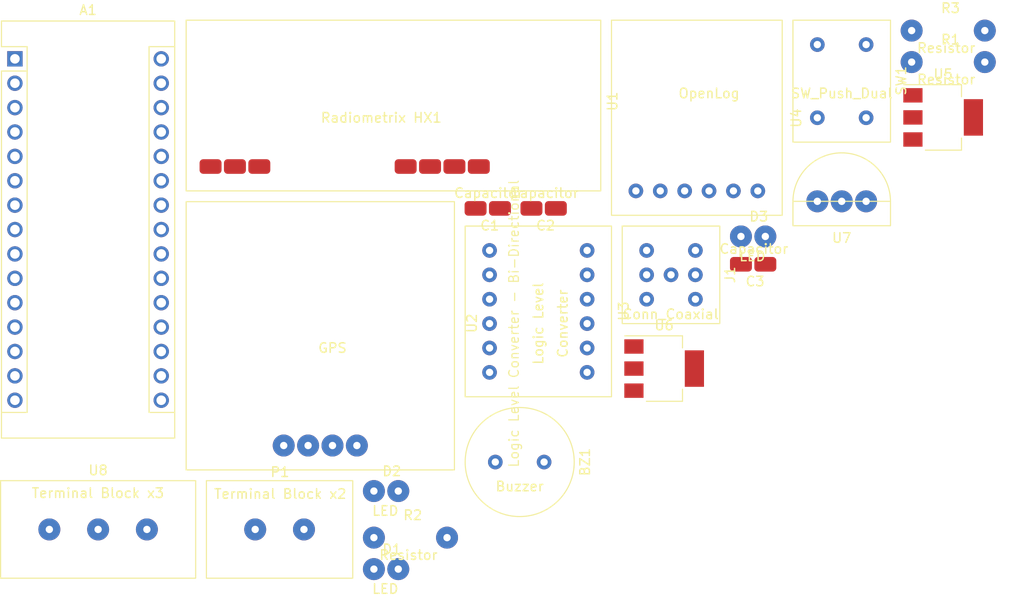
<source format=kicad_pcb>
(kicad_pcb (version 20211014) (generator pcbnew)
  (layers (0 "F.Cu" signal) (31 "B.Cu" signal) (34 "B.Paste" user) (35 "F.Paste" user) (36 "B.SilkS" user "B.Silkscreen") (37 "F.SilkS" user "F.Silkscreen") (38 "B.Mask" user) (39 "F.Mask" user) (44 "Edge.Cuts" user))
  (net 0 "")
  (net 1 "GND")
  (net 4 "Net-(A1-Pad3)")
  (net 5 "Net-(A1-Pad5)")
  (net 6 "Net-(A1-Pad6)")
  (net 7 "Net-(A1-Pad7)")
  (net 8 "Net-(A1-Pad8)")
  (net 9 "Net-(A1-Pad9)")
  (net 10 "Net-(A1-Pad10)")
  (net 11 "Net-(A1-Pad11)")
  (net 12 "Net-(A1-Pad12)")
  (net 19 "Net-(A1-Pad19)")
  (net 20 "Net-(A1-Pad20)")
  (net 27 "+5V")
  (net 32 "Net-(D3-Pad1)")
  (net 35 "Net-(U3-Pad7)")
  (net 36 "Net-(U3-Pad8)")
  (net 37 "+3.3V")
  (net 42 "Net-(C1-Pad1)")
  (net 43 "Net-(D1-Pad1)")
  (net 44 "Net-(D2-Pad1)")
  (net 45 "Net-(J1-Pad1)")
  (net 46 "Net-(J1-Pad2)")
  (footprint "Trackuino:Terminal Block x3" (layer "F.Cu") (at 89.945 132.835)
    (fp_text reference "U8" (at 0 -6.159746 unlocked) (layer "F.SilkS"))
    (fp_text value "Terminal Block x3" (at -0.022813 -3.787103 unlocked) (layer "F.SilkS"))
    (fp_rect (start -10.16 -5.08) (end 10.16 5.08) (layer "F.SilkS") (width 0.12) (fill none))
    (pad "1" thru_hole circle (at -5.08 0) (size 2.286 2.286) (drill 0.762) (layers *.Cu *.Mask) (net 27 "+5V"))
    (pad "2" thru_hole circle (at 0 0) (size 2.286 2.286) (drill 0.762) (layers *.Cu *.Mask) (net 19 "Net-(A1-Pad19)"))
    (pad "3" thru_hole circle (at 5.08 0) (size 2.286 2.286) (drill 0.762) (layers *.Cu *.Mask) (net 1 "GND"))
  )
  (footprint "Trackuino:Capacitor" (layer "F.Cu") (at 130.533671 99.241043)
    (fp_text reference "C1" (at 0.197784 1.944875 unlocked) (layer "F.SilkS"))
    (fp_text value "Capacitor" (at 0.072308 -1.442974 unlocked) (layer "F.SilkS"))
    (pad "1" smd roundrect (at -1.275671 0.155957) (size 2.286 1.524) (layers "F.Cu" "F.Paste" "F.Mask") (net 42 "Net-(C1-Pad1)"))
    (pad "2" smd roundrect (at 1.264329 0.155957) (size 2.286 1.524) (layers "F.Cu" "F.Paste" "F.Mask") (net 1 "GND"))
  )
  (footprint "Trackuino:TMP36" (layer "F.Cu") (at 167.395 98.660906)
    (fp_text reference "U7" (at 0 3.814228 unlocked) (layer "F.SilkS"))
    (fp_text value "TMP36")
    (fp_rect (start -5.08 0) (end 5.08 2.54) (layer "F.SilkS") (width 0.12) (fill none))
    (fp_arc (start -5.08 0) (mid 0 -5.045906) (end 5.08 0) (layer "F.SilkS") (width 0.12))
    (pad "1" thru_hole circle (at -2.54 0) (size 2.286 2.286) (drill 0.762) (layers *.Cu *.Mask) (net 27 "+5V"))
    (pad "2" thru_hole circle (at 0 0) (size 2.286 2.286) (drill 0.762) (layers *.Cu *.Mask) (net 20 "Net-(A1-Pad20)"))
    (pad "3" thru_hole circle (at 2.54 0) (size 2.286 2.286) (drill 0.762) (layers *.Cu *.Mask) (net 1 "GND"))
  )
  (footprint "Package_TO_SOT_SMD:SOT-223-3_TabPin2" (layer "F.Cu") (at 148.9 116.08)
    (fp_text reference "U6" (at 0 -4.5) (layer "F.SilkS"))
    (fp_text value "LD1117S50TR_SOT223")
    (fp_line (start 1.91 -3.41) (end 1.91 -2.15) (layer "F.SilkS") (width 0.12))
    (fp_line (start 1.91 3.41) (end 1.91 2.15) (layer "F.SilkS") (width 0.12))
    (fp_line (start -1.85 3.41) (end 1.91 3.41) (layer "F.SilkS") (width 0.12))
    (fp_line (start -4.1 -3.41) (end 1.91 -3.41) (layer "F.SilkS") (width 0.12))
    (pad "1" smd rect (at -3.15 -2.3) (size 2 1.5) (layers "F.Cu" "F.Paste" "F.Mask") (net 1 "GND"))
    (pad "2" smd rect (at -3.15 0) (size 2 1.5) (layers "F.Cu" "F.Paste" "F.Mask") (net 27 "+5V"))
    (pad "2" smd rect (at 3.15 0) (size 2 3.8) (layers "F.Cu" "F.Paste" "F.Mask") (net 27 "+5V"))
    (pad "3" smd rect (at -3.15 2.3) (size 2 1.5) (layers "F.Cu" "F.Paste" "F.Mask") (net 42 "Net-(C1-Pad1)"))
  )
  (footprint "Trackuino:SMA Jack" (layer "F.Cu") (at 149.615 106.315)
    (fp_text reference "J1" (at 6.16064 0 90 unlocked) (layer "F.SilkS"))
    (fp_text value "Conn_Coaxial" (at -0.034036 4.101421 unlocked) (layer "F.SilkS"))
    (fp_rect (start -5.08 -5.08) (end 5.08 5.08) (layer "F.SilkS") (width 0.12) (fill none))
    (pad "1" thru_hole circle (at 0 0) (size 1.524 1.524) (drill 0.762) (layers *.Cu *.Mask) (net 45 "Net-(J1-Pad1)"))
    (pad "2" thru_hole circle (at -2.54 2.54) (size 1.524 1.524) (drill 0.762) (layers *.Cu *.Mask) (net 46 "Net-(J1-Pad2)"))
    (pad "2" thru_hole circle (at -2.54 -2.54) (size 1.524 1.524) (drill 0.762) (layers *.Cu *.Mask) (net 46 "Net-(J1-Pad2)"))
    (pad "2" thru_hole circle (at 2.54 -2.54) (size 1.524 1.524) (drill 0.762) (layers *.Cu *.Mask) (net 46 "Net-(J1-Pad2)"))
    (pad "2" thru_hole circle (at 2.54 2.54) (size 1.524 1.524) (drill 0.762) (layers *.Cu *.Mask) (net 46 "Net-(J1-Pad2)"))
    (pad "2" thru_hole circle (at -2.54 0) (size 1.524 1.524) (drill 0.762) (layers *.Cu *.Mask) (net 46 "Net-(J1-Pad2)"))
    (pad "2" thru_hole circle (at 2.54 0) (size 1.524 1.524) (drill 0.762) (layers *.Cu *.Mask) (net 46 "Net-(J1-Pad2)"))
  )
  (footprint "Trackuino:Button" (layer "F.Cu") (at 167.395 84.875)
    (fp_text reference "SW1" (at 6.197193 1.227553 90 unlocked) (layer "F.SilkS"))
    (fp_text value "SW_Push_Dual" (at 0 2.54 unlocked) (layer "F.SilkS"))
    (fp_rect (start -5.08 -5.08) (end 5.08 7.62) (layer "F.SilkS") (width 0.12) (fill none))
    (pad "1" thru_hole circle (at -2.54 5.08) (size 1.524 1.524) (drill 0.762) (layers *.Cu *.Mask) (net 4 "Net-(A1-Pad3)"))
    (pad "2" thru_hole circle (at -2.54 -2.54) (size 1.524 1.524) (drill 0.762) (layers *.Cu *.Mask))
    (pad "3" thru_hole circle (at 2.54 5.08) (size 1.524 1.524) (drill 0.762) (layers *.Cu *.Mask))
    (pad "4" thru_hole circle (at 2.54 -2.54) (size 1.524 1.524) (drill 0.762) (layers *.Cu *.Mask) (net 1 "GND"))
  )
  (footprint "Trackuino:Terminal Block x2" (layer "F.Cu") (at 108.845 132.835)
    (fp_text reference "P1" (at 0.034666 -5.970848 unlocked) (layer "F.SilkS"))
    (fp_text value "Terminal Block x2" (at 0.069332 -3.700241 unlocked) (layer "F.SilkS"))
    (fp_rect (start -7.62 -5.08) (end 7.62 5.08) (layer "F.SilkS") (width 0.12) (fill none))
    (pad "1" thru_hole circle (at -2.54 0) (size 2.286 2.286) (drill 0.762) (layers *.Cu *.Mask) (net 42 "Net-(C1-Pad1)"))
    (pad "2" thru_hole circle (at 2.54 0) (size 2.286 2.286) (drill 0.762) (layers *.Cu *.Mask) (net 1 "GND"))
  )
  (footprint "Trackuino:GPS" (layer "F.Cu") (at 114.355 111.395)
    (fp_text reference "U2" (at 14.52395 -0.030678 90 unlocked) (layer "F.SilkS"))
    (fp_text value "GPS" (at 0 2.54 unlocked) (layer "F.SilkS"))
    (fp_rect (start -15.24 15.24) (end 12.7 -12.7) (layer "F.SilkS") (width 0.12) (fill none))
    (pad "1" thru_hole circle (at -5.08 12.7) (size 2.286 2.286) (drill 0.762) (layers *.Cu *.Mask) (net 9 "Net-(A1-Pad9)"))
    (pad "2" thru_hole circle (at -2.54 12.7) (size 2.286 2.286) (drill 0.762) (layers *.Cu *.Mask) (net 8 "Net-(A1-Pad8)"))
    (pad "3" thru_hole circle (at 0 12.7) (size 2.286 2.286) (drill 0.762) (layers *.Cu *.Mask) (net 1 "GND"))
    (pad "4" thru_hole circle (at 2.54 12.7) (size 2.286 2.286) (drill 0.762) (layers *.Cu *.Mask) (net 27 "+5V"))
  )
  (footprint "Trackuino:Radiometrix HX1" (layer "F.Cu") (at 119.435 89.955)
    (fp_text reference "U1" (at 24.081197 -1.704959 90 unlocked) (layer "F.SilkS"))
    (fp_text value "Radiometrix HX1" (at 0 0 unlocked) (layer "F.SilkS"))
    (fp_rect (start -20.32 -10.16) (end 22.86 7.62) (layer "F.SilkS") (width 0.12) (fill none))
    (pad "1" smd roundrect (at -17.78 5.08) (size 2.286 1.524) (layers "F.Cu" "F.Paste" "F.Mask") (net 46 "Net-(J1-Pad2)"))
    (pad "2" smd roundrect (at -15.24 5.08) (size 2.286 1.524) (layers "F.Cu" "F.Paste" "F.Mask") (net 45 "Net-(J1-Pad1)"))
    (pad "3" smd roundrect (at -12.7 5.08) (size 2.286 1.524) (layers "F.Cu" "F.Paste" "F.Mask") (net 46 "Net-(J1-Pad2)"))
    (pad "4" smd roundrect (at 2.54 5.08) (size 2.286 1.524) (layers "F.Cu" "F.Paste" "F.Mask") (net 7 "Net-(A1-Pad7)"))
    (pad "5" smd roundrect (at 5.08 5.08) (size 2.286 1.524) (layers "F.Cu" "F.Paste" "F.Mask") (net 27 "+5V"))
    (pad "6" smd roundrect (at 7.62 5.08) (size 2.286 1.524) (layers "F.Cu" "F.Paste" "F.Mask") (net 1 "GND"))
    (pad "7" smd roundrect (at 10.16 5.08) (size 2.286 1.524) (layers "F.Cu" "F.Paste" "F.Mask") (net 6 "Net-(A1-Pad6)"))
  )
  (footprint "Trackuino:Resistor" (layer "F.Cu") (at 177.218 80.878)
    (fp_text reference "R3" (at 1.50698 -2.338524 unlocked) (layer "F.SilkS"))
    (fp_text value "Resistor" (at 1.059927 1.813261 unlocked) (layer "F.SilkS"))
    (pad "1" thru_hole circle (at -2.54 0) (size 2.286 2.286) (drill 0.762) (layers *.Cu *.Mask) (net 1 "GND"))
    (pad "2" thru_hole circle (at 5.08 0) (size 2.286 2.286) (drill 0.762) (layers *.Cu *.Mask) (net 32 "Net-(D3-Pad1)"))
  )
  (footprint "Trackuino:Logic Level Converter - Bi-Directional" (layer "F.Cu") (at 135.795 111.395)
    (fp_text reference "U3" (at 8.89181 -1.299633 90 unlocked) (layer "F.SilkS"))
    (fp_text value "Logic Level Converter - Bi-Directional" (at -2.54 0 90 unlocked) (layer "F.SilkS") (effects (font (thickness 0.125))))
    (fp_text user "Logic Level" (at 0 0 90 unlocked) (layer "F.SilkS"))
    (fp_text user "Converter" (at 2.54 0 90 unlocked) (layer "F.SilkS"))
    (fp_rect (start -7.62 7.62) (end 7.62 -10.16) (layer "F.SilkS") (width 0.12) (fill none))
    (pad "1" thru_hole circle (at -5.08 5.08 90) (size 1.524 1.524) (drill 0.762) (layers *.Cu *.Mask) (net 10 "Net-(A1-Pad10)"))
    (pad "2" thru_hole circle (at -5.08 2.54 90) (size 1.524 1.524) (drill 0.762) (layers *.Cu *.Mask) (net 11 "Net-(A1-Pad11)"))
    (pad "3" thru_hole circle (at -5.08 0 90) (size 1.524 1.524) (drill 0.762) (layers *.Cu *.Mask) (net 27 "+5V"))
    (pad "4" thru_hole circle (at -5.08 -2.54 90) (size 1.524 1.524) (drill 0.762) (layers *.Cu *.Mask) (net 1 "GND"))
    (pad "5" thru_hole circle (at -5.08 -5.08 90) (size 1.524 1.524) (drill 0.762) (layers *.Cu *.Mask))
    (pad "6" thru_hole circle (at -5.08 -7.62 90) (size 1.524 1.524) (drill 0.762) (layers *.Cu *.Mask))
    (pad "7" thru_hole circle (at 5.08 5.08 90) (size 1.524 1.524) (drill 0.762) (layers *.Cu *.Mask) (net 35 "Net-(U3-Pad7)"))
    (pad "8" thru_hole circle (at 5.08 2.54 90) (size 1.524 1.524) (drill 0.762) (layers *.Cu *.Mask) (net 36 "Net-(U3-Pad8)"))
    (pad "9" thru_hole circle (at 5.08 0 90) (size 1.524 1.524) (drill 0.762) (layers *.Cu *.Mask) (net 37 "+3.3V"))
    (pad "10" thru_hole circle (at 5.08 -2.54 90) (size 1.524 1.524) (drill 0.762) (layers *.Cu *.Mask) (net 1 "GND"))
    (pad "11" thru_hole circle (at 5.08 -5.08 90) (size 1.524 1.524) (drill 0.762) (layers *.Cu *.Mask))
    (pad "12" thru_hole circle (at 5.08 -7.62 90) (size 1.524 1.524) (drill 0.762) (layers *.Cu *.Mask))
  )
  (footprint "Trackuino:Capacitor" (layer "F.Cu") (at 136.353671 99.241043)
    (fp_text reference "C2" (at 0.197784 1.944875 unlocked) (layer "F.SilkS"))
    (fp_text value "Capacitor" (at 0.072308 -1.442974 unlocked) (layer "F.SilkS"))
    (pad "1" smd roundrect (at -1.275671 0.155957) (size 2.286 1.524) (layers "F.Cu" "F.Paste" "F.Mask") (net 27 "+5V"))
    (pad "2" smd roundrect (at 1.264329 0.155957) (size 2.286 1.524) (layers "F.Cu" "F.Paste" "F.Mask") (net 1 "GND"))
  )
  (footprint "Package_TO_SOT_SMD:SOT-223-3_TabPin2" (layer "F.Cu") (at 177.96 89.92)
    (fp_text reference "U5" (at 0 -4.5) (layer "F.SilkS"))
    (fp_text value "LD1117S33TR_SOT223")
    (fp_line (start -4.1 -3.41) (end 1.91 -3.41) (layer "F.SilkS") (width 0.12))
    (fp_line (start 1.91 -3.41) (end 1.91 -2.15) (layer "F.SilkS") (width 0.12))
    (fp_line (start -1.85 3.41) (end 1.91 3.41) (layer "F.SilkS") (width 0.12))
    (fp_line (start 1.91 3.41) (end 1.91 2.15) (layer "F.SilkS") (width 0.12))
    (pad "1" smd rect (at -3.15 -2.3) (size 2 1.5) (layers "F.Cu" "F.Paste" "F.Mask") (net 1 "GND"))
    (pad "2" smd rect (at 3.15 0) (size 2 3.8) (layers "F.Cu" "F.Paste" "F.Mask") (net 37 "+3.3V"))
    (pad "2" smd rect (at -3.15 0) (size 2 1.5) (layers "F.Cu" "F.Paste" "F.Mask") (net 37 "+3.3V"))
    (pad "3" smd rect (at -3.15 2.3) (size 2 1.5) (layers "F.Cu" "F.Paste" "F.Mask") (net 27 "+5V"))
  )
  (footprint "Trackuino:OpenLog" (layer "F.Cu") (at 151.035 89.955)
    (fp_text reference "U4" (at 11.624437 0.033838 90 unlocked) (layer "F.SilkS"))
    (fp_text value "OpenLog" (at 2.54 -2.54 unlocked) (layer "F.SilkS"))
    (fp_rect (start -7.62 -10.16) (end 10.16 10.16) (layer "F.SilkS") (width 0.12) (fill none))
    (pad "1" thru_hole circle (at -5.08 7.62) (size 1.524 1.524) (drill 0.762) (layers *.Cu *.Mask))
    (pad "2" thru_hole circle (at -2.54 7.62) (size 1.524 1.524) (drill 0.762) (layers *.Cu *.Mask) (net 36 "Net-(U3-Pad8)"))
    (pad "3" thru_hole circle (at 0 7.62) (size 1.524 1.524) (drill 0.762) (layers *.Cu *.Mask) (net 35 "Net-(U3-Pad7)"))
    (pad "4" thru_hole circle (at 2.54 7.62) (size 1.524 1.524) (drill 0.762) (layers *.Cu *.Mask) (net 37 "+3.3V"))
    (pad "5" thru_hole circle (at 5.08 7.62) (size 1.524 1.524) (drill 0.762) (layers *.Cu *.Mask) (net 1 "GND"))
    (pad "6" thru_hole circle (at 7.62 7.62) (size 1.524 1.524) (drill 0.762) (layers *.Cu *.Mask))
  )
  (footprint "Trackuino:LED" (layer "F.Cu") (at 121.208 128.838)
    (fp_text reference "D2" (at -0.675436 -2.06604 unlocked) (layer "F.SilkS"))
    (fp_text value "LED" (at -1.350872 2.06604 unlocked) (layer "F.SilkS"))
    (pad "1" thru_hole circle (at -2.54 0) (size 2.286 2.286) (drill 0.762) (layers *.Cu *.Mask) (net 44 "Net-(D2-Pad1)"))
    (pad "2" thru_hole circle (at 0 0) (size 2.286 2.286) (drill 0.762) (layers *.Cu *.Mask) (net 37 "+3.3V"))
  )
  (footprint "Trackuino:Resistor" (layer "F.Cu") (at 121.208 133.688)
    (fp_text reference "R2" (at 1.50698 -2.338524 unlocked) (layer "F.SilkS"))
    (fp_text value "Resistor" (at 1.059927 1.813261 unlocked) (layer "F.SilkS"))
    (pad "1" thru_hole circle (at -2.54 0) (size 2.286 2.286) (drill 0.762) (layers *.Cu *.Mask) (net 1 "GND"))
    (pad "2" thru_hole circle (at 5.08 0) (size 2.286 2.286) (drill 0.762) (layers *.Cu *.Mask) (net 44 "Net-(D2-Pad1)"))
  )
  (footprint "Trackuino:Capacitor" (layer "F.Cu") (at 158.173671 105.061043)
    (fp_text reference "C3" (at 0.197784 1.944875 unlocked) (layer "F.SilkS"))
    (fp_text value "Capacitor" (at 0.072308 -1.442974 unlocked) (layer "F.SilkS"))
    (pad "1" smd roundrect (at -1.275671 0.155957) (size 2.286 1.524) (layers "F.Cu" "F.Paste" "F.Mask") (net 37 "+3.3V"))
    (pad "2" smd roundrect (at 1.264329 0.155957) (size 2.286 1.524) (layers "F.Cu" "F.Paste" "F.Mask") (net 1 "GND"))
  )
  (footprint "Module:Arduino_Nano" (layer "F.Cu") (at 81.28 83.82)
    (fp_text reference "A1" (at 7.62 -5.08) (layer "F.SilkS"))
    (fp_text value "Arduino_Nano_Every")
    (fp_line (start 1.27 -1.27) (end -1.4 -1.27) (layer "F.SilkS") (width 0.12))
    (fp_line (start 13.97 -1.27) (end 16.64 -1.27) (layer "F.SilkS") (width 0.12))
    (fp_line (start 13.97 -1.27) (end 13.97 36.83) (layer "F.SilkS") (width 0.12))
    (fp_line (start 1.27 1.27) (end 1.27 -1.27) (layer "F.SilkS") (width 0.12))
    (fp_line (start 1.27 1.27) (end -1.4 1.27) (layer "F.SilkS") (width 0.12))
    (fp_line (start 16.64 -3.94) (end -1.4 -3.94) (layer "F.SilkS") (width 0.12))
    (fp_line (start -1.4 -3.94) (end -1.4 -1.27) (layer "F.SilkS") (width 0.12))
    (fp_line (start -1.4 1.27) (end -1.4 39.5) (layer "F.SilkS") (width 0.12))
    (fp_line (start 13.97 36.83) (end 16.64 36.83) (layer "F.SilkS") (width 0.12))
    (fp_line (start 1.27 1.27) (end 1.27 36.83) (layer "F.SilkS") (width 0.12))
    (fp_line (start 1.27 36.83) (end -1.4 36.83) (layer "F.SilkS") (width 0.12))
    (fp_line (start -1.4 39.5) (end 16.64 39.5) (layer "F.SilkS") (width 0.12))
    (fp_line (start 16.64 39.5) (end 16.64 -3.94) (layer "F.SilkS") (width 0.12))
    (pad "1" thru_hole rect (at 0 0) (size 1.6 1.6) (drill 1) (layers *.Cu *.Mask))
    (pad "2" thru_hole oval (at 0 2.54) (size 1.6 1.6) (drill 1) (layers *.Cu *.Mask))
    (pad "3" thru_hole oval (at 0 5.08) (size 1.6 1.6) (drill 1) (layers *.Cu *.Mask) (net 4 "Net-(A1-Pad3)"))
    (pad "4" thru_hole oval (at 0 7.62) (size 1.6 1.6) (drill 1) (layers *.Cu *.Mask) (net 1 "GND"))
    (pad "5" thru_hole oval (at 0 10.16) (size 1.6 1.6) (drill 1) (layers *.Cu *.Mask) (net 5 "Net-(A1-Pad5)"))
    (pad "6" thru_hole oval (at 0 12.7) (size 1.6 1.6) (drill 1) (layers *.Cu *.Mask) (net 6 "Net-(A1-Pad6)"))
    (pad "7" thru_hole oval (at 0 15.24) (size 1.6 1.6) (drill 1) (layers *.Cu *.Mask) (net 7 "Net-(A1-Pad7)"))
    (pad "8" thru_hole oval (at 0 17.78) (size 1.6 1.6) (drill 1) (layers *.Cu *.Mask) (net 8 "Net-(A1-Pad8)"))
    (pad "9" thru_hole oval (at 0 20.32) (size 1.6 1.6) (drill 1) (layers *.Cu *.Mask) (net 9 "Net-(A1-Pad9)"))
    (pad "10" thru_hole oval (at 0 22.86) (size 1.6 1.6) (drill 1) (layers *.Cu *.Mask) (net 10 "Net-(A1-Pad10)"))
    (pad "11" thru_hole oval (at 0 25.4) (size 1.6 1.6) (drill 1) (layers *.Cu *.Mask) (net 11 "Net-(A1-Pad11)"))
    (pad "12" thru_hole oval (at 0 27.94) (size 1.6 1.6) (drill 1) (layers *.Cu *.Mask) (net 12 "Net-(A1-Pad12)"))
    (pad "13" thru_hole oval (at 0 30.48) (size 1.6 1.6) (drill 1) (layers *.Cu *.Mask))
    (pad "14" thru_hole oval (at 0 33.02) (size 1.6 1.6) (drill 1) (layers *.Cu *.Mask))
    (pad "15" thru_hole oval (at 0 35.56) (size 1.6 1.6) (drill 1) (layers *.Cu *.Mask))
    (pad "16" thru_hole oval (at 15.24 35.56) (size 1.6 1.6) (drill 1) (layers *.Cu *.Mask))
    (pad "17" thru_hole oval (at 15.24 33.02) (size 1.6 1.6) (drill 1) (layers *.Cu *.Mask))
    (pad "18" thru_hole oval (at 15.24 30.48) (size 1.6 1.6) (drill 1) (layers *.Cu *.Mask))
    (pad "19" thru_hole oval (at 15.24 27.94) (size 1.6 1.6) (drill 1) (layers *.Cu *.Mask) (net 19 "Net-(A1-Pad19)"))
    (pad "20" thru_hole oval (at 15.24 25.4) (size 1.6 1.6) (drill 1) (layers *.Cu *.Mask) (net 20 "Net-(A1-Pad20)"))
    (pad "21" thru_hole oval (at 15.24 22.86) (size 1.6 1.6) (drill 1) (layers *.Cu *.Mask))
    (pad "22" thru_hole oval (at 15.24 20.32) (size 1.6 1.6) (drill 1) (layers *.Cu *.Mask))
    (pad "23" thru_hole oval (at 15.24 17.78) (size 1.6 1.6) (drill 1) (layers *.Cu *.Mask))
    (pad "24" thru_hole oval (at 15.24 15.24) (size 1.6 1.6) (drill 1) (layers *.Cu *.Mask))
    (pad "25" thru_hole oval (at 15.24 12.7) (size 1.6 1.6) (drill 1) (layers *.Cu *.Mask))
    (pad "26" thru_hole oval (at 15.24 10.16) (size 1.6 1.6) (drill 1) (layers *.Cu *.Mask))
    (pad "27" thru_hole oval (at 15.24 7.62) (size 1.6 1.6) (drill 1) (layers *.Cu *.Mask) (net 27 "+5V"))
    (pad "28" thru_hole oval (at 15.24 5.08) (size 1.6 1.6) (drill 1) (layers *.Cu *.Mask))
    (pad "29" thru_hole oval (at 15.24 2.54) (size 1.6 1.6) (drill 1) (layers *.Cu *.Mask) (net 1 "GND"))
    (pad "30" thru_hole oval (at 15.24 0) (size 1.6 1.6) (drill 1) (layers *.Cu *.Mask))
  )
  (footprint "Trackuino:LED" (layer "F.Cu") (at 121.208 136.968)
    (fp_text reference "D1" (at -0.675436 -2.06604 unlocked) (layer "F.SilkS"))
    (fp_text value "LED" (at -1.350872 2.06604 unlocked) (layer "F.SilkS"))
    (pad "1" thru_hole circle (at -2.54 0) (size 2.286 2.286) (drill 0.762) (layers *.Cu *.Mask) (net 43 "Net-(D1-Pad1)"))
    (pad "2" thru_hole circle (at 0 0) (size 2.286 2.286) (drill 0.762) (layers *.Cu *.Mask) (net 27 "+5V"))
  )
  (footprint "Trackuino:Buzzer" (layer "F.Cu") (at 133.854613 125.814613)
    (fp_text reference "BZ1" (at 6.803303 0 90 unlocked) (layer "F.SilkS"))
    (fp_text value "Buzzer" (at 0 2.54 unlocked) (layer "F.SilkS"))
    (fp_circle (center 0 0) (end 2.54 5.08) (layer "F.SilkS") (width 0.12) (fill none))
    (pad "1" thru_hole circle (at -2.54 0) (size 1.524 1.524) (drill 0.762) (layers *.Cu *.Mask) (net 12 "Net-(A1-Pad12)"))
    (pad "2" thru_hole circle (at 2.54 0) (size 1.524 1.524) (drill 0.762) (layers *.Cu *.Mask) (net 1 "GND"))
  )
  (footprint "Trackuino:LED" (layer "F.Cu") (at 159.438 102.318)
    (fp_text reference "D3" (at -0.675436 -2.06604 unlocked) (layer "F.SilkS"))
    (fp_text value "LED" (at -1.350872 2.06604 unlocked) (layer "F.SilkS"))
    (pad "1" thru_hole circle (at -2.54 0) (size 2.286 2.286) (drill 0.762) (layers *.Cu *.Mask) (net 32 "Net-(D3-Pad1)"))
    (pad "2" thru_hole circle (at 0 0) (size 2.286 2.286) (drill 0.762) (layers *.Cu *.Mask) (net 5 "Net-(A1-Pad5)"))
  )
  (footprint "Trackuino:Resistor" (layer "F.Cu") (at 177.218 84.158)
    (fp_text reference "R1" (at 1.50698 -2.338524 unlocked) (layer "F.SilkS"))
    (fp_text value "Resistor" (at 1.059927 1.813261 unlocked) (layer "F.SilkS"))
    (pad "1" thru_hole circle (at -2.54 0) (size 2.286 2.286) (drill 0.762) (layers *.Cu *.Mask) (net 1 "GND"))
    (pad "2" thru_hole circle (at 5.08 0) (size 2.286 2.286) (drill 0.762) (layers *.Cu *.Mask) (net 43 "Net-(D1-Pad1)"))
  )
)
</source>
